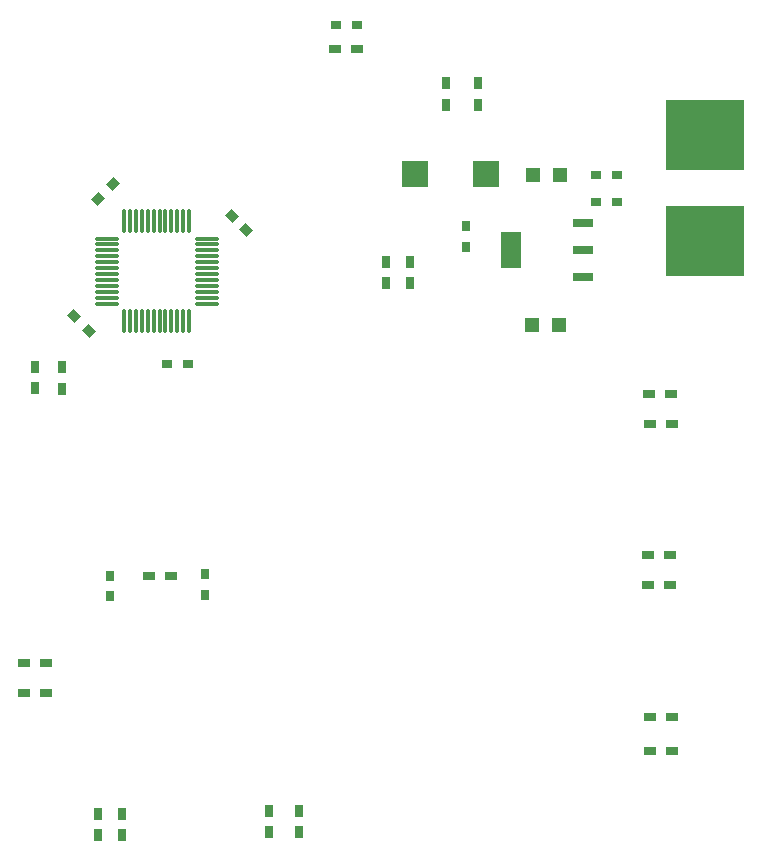
<source format=gtp>
G04*
G04 #@! TF.GenerationSoftware,Altium Limited,Altium Designer,20.0.2 (26)*
G04*
G04 Layer_Color=8421504*
%FSLAX24Y24*%
%MOIN*%
G70*
G01*
G75*
%ADD17R,0.0315X0.0400*%
%ADD18R,0.0400X0.0315*%
%ADD19R,0.0350X0.0300*%
G04:AMPARAMS|DCode=20|XSize=35mil|YSize=30mil|CornerRadius=0mil|HoleSize=0mil|Usage=FLASHONLY|Rotation=135.000|XOffset=0mil|YOffset=0mil|HoleType=Round|Shape=Rectangle|*
%AMROTATEDRECTD20*
4,1,4,0.0230,-0.0018,0.0018,-0.0230,-0.0230,0.0018,-0.0018,0.0230,0.0230,-0.0018,0.0*
%
%ADD20ROTATEDRECTD20*%

%ADD21O,0.0118X0.0827*%
%ADD22O,0.0827X0.0118*%
%ADD23R,0.0669X0.0295*%
%ADD24R,0.0669X0.1220*%
%ADD25R,0.0300X0.0350*%
%ADD26R,0.0866X0.0866*%
%ADD27R,0.0500X0.0500*%
%ADD28R,0.2600X0.2362*%
G04:AMPARAMS|DCode=29|XSize=35mil|YSize=30mil|CornerRadius=0mil|HoleSize=0mil|Usage=FLASHONLY|Rotation=45.000|XOffset=0mil|YOffset=0mil|HoleType=Round|Shape=Rectangle|*
%AMROTATEDRECTD29*
4,1,4,-0.0018,-0.0230,-0.0230,-0.0018,0.0018,0.0230,0.0230,0.0018,-0.0018,-0.0230,0.0*
%
%ADD29ROTATEDRECTD29*%

D17*
X12150Y4165D02*
D03*
Y3435D02*
D03*
X11150Y4165D02*
D03*
Y3435D02*
D03*
X6250Y4065D02*
D03*
Y3335D02*
D03*
X5450Y4065D02*
D03*
Y3335D02*
D03*
X15050Y22465D02*
D03*
Y21735D02*
D03*
X3350Y18965D02*
D03*
Y18235D02*
D03*
X15850Y21735D02*
D03*
Y22465D02*
D03*
X4250Y18220D02*
D03*
Y18950D02*
D03*
X17050Y27685D02*
D03*
Y28415D02*
D03*
X18100Y27685D02*
D03*
Y28415D02*
D03*
D18*
X23785Y11700D02*
D03*
X24515D02*
D03*
X23785Y12700D02*
D03*
X24515D02*
D03*
X23835Y6150D02*
D03*
X24565D02*
D03*
X23835Y7300D02*
D03*
X24565D02*
D03*
X3715Y9100D02*
D03*
X2985D02*
D03*
X3715Y8100D02*
D03*
X2985D02*
D03*
X23820Y18050D02*
D03*
X24550D02*
D03*
X23835Y17050D02*
D03*
X24565D02*
D03*
X14080Y29546D02*
D03*
X13350D02*
D03*
X7865Y12000D02*
D03*
X7135D02*
D03*
D19*
X22750Y25350D02*
D03*
X22060D02*
D03*
Y24450D02*
D03*
X22750D02*
D03*
X13375Y30345D02*
D03*
X14065D02*
D03*
X7760Y19050D02*
D03*
X8450D02*
D03*
D20*
X4660Y20640D02*
D03*
X5147Y20153D02*
D03*
X10390Y23510D02*
D03*
X9903Y23997D02*
D03*
D21*
X6317Y20486D02*
D03*
X6514D02*
D03*
X6711D02*
D03*
X6908D02*
D03*
X7105D02*
D03*
X7302D02*
D03*
X7498D02*
D03*
X7695D02*
D03*
X7892D02*
D03*
X8089D02*
D03*
X8286D02*
D03*
X8483D02*
D03*
Y23804D02*
D03*
X8286D02*
D03*
X8089D02*
D03*
X7892D02*
D03*
X7695D02*
D03*
X7498D02*
D03*
X7302D02*
D03*
X7105D02*
D03*
X6908D02*
D03*
X6711D02*
D03*
X6514D02*
D03*
X6317D02*
D03*
D22*
X9064Y21067D02*
D03*
Y21264D02*
D03*
Y21461D02*
D03*
Y21658D02*
D03*
Y21855D02*
D03*
Y22052D02*
D03*
Y22248D02*
D03*
Y22445D02*
D03*
Y22642D02*
D03*
Y22839D02*
D03*
Y23036D02*
D03*
Y23233D02*
D03*
X5736D02*
D03*
Y23036D02*
D03*
Y22839D02*
D03*
Y22642D02*
D03*
Y22445D02*
D03*
Y22248D02*
D03*
Y22052D02*
D03*
Y21855D02*
D03*
Y21658D02*
D03*
Y21461D02*
D03*
Y21264D02*
D03*
Y21067D02*
D03*
D23*
X21600Y21944D02*
D03*
Y22850D02*
D03*
Y23756D02*
D03*
D24*
X19200Y22850D02*
D03*
D25*
X9000Y11360D02*
D03*
Y12050D02*
D03*
X5850Y11310D02*
D03*
Y12000D02*
D03*
X17700Y22960D02*
D03*
Y23650D02*
D03*
D26*
X18381Y25400D02*
D03*
X16019D02*
D03*
D27*
X19900Y20350D02*
D03*
X20800D02*
D03*
X20850Y25350D02*
D03*
X19950D02*
D03*
D28*
X25687Y26690D02*
D03*
X25687Y23146D02*
D03*
D29*
X5940Y25040D02*
D03*
X5453Y24553D02*
D03*
M02*

</source>
